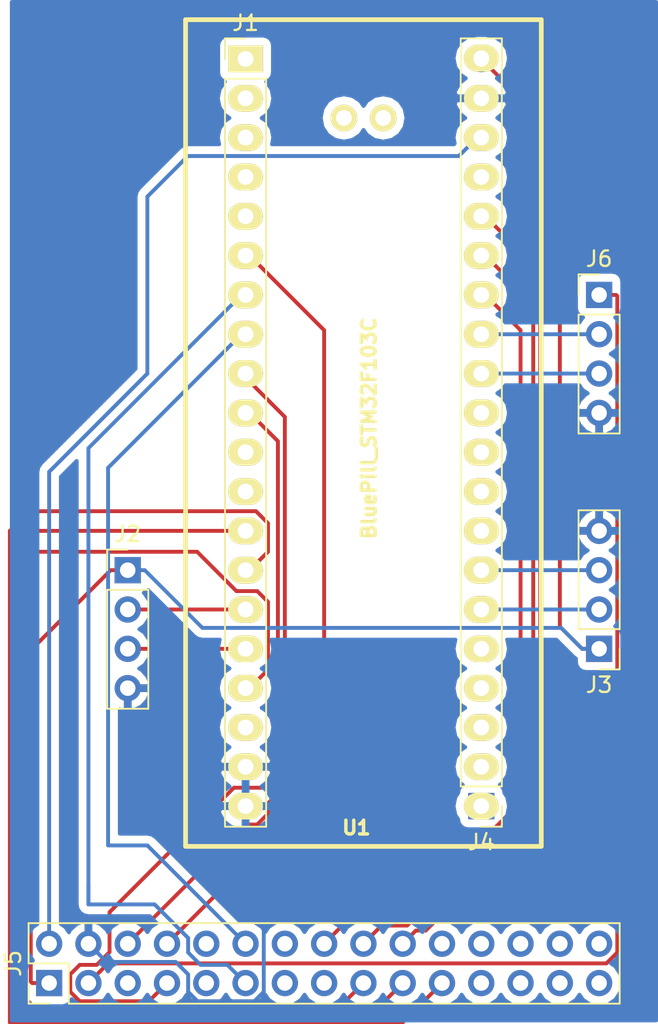
<source format=kicad_pcb>
(kicad_pcb (version 4) (host pcbnew 4.0.6)

  (general
    (links 68)
    (no_connects 1)
    (area 181.284999 100.33 229.275715 169.283809)
    (thickness 1.6)
    (drawings 0)
    (tracks 135)
    (zones 0)
    (modules 7)
    (nets 40)
  )

  (page A4)
  (layers
    (0 F.Cu signal)
    (31 B.Cu signal)
    (32 B.Adhes user)
    (33 F.Adhes user)
    (34 B.Paste user)
    (35 F.Paste user)
    (36 B.SilkS user)
    (37 F.SilkS user)
    (38 B.Mask user)
    (39 F.Mask user)
    (40 Dwgs.User user)
    (41 Cmts.User user)
    (42 Eco1.User user)
    (43 Eco2.User user)
    (44 Edge.Cuts user)
    (45 Margin user)
    (46 B.CrtYd user)
    (47 F.CrtYd user)
    (48 B.Fab user)
    (49 F.Fab user)
  )

  (setup
    (last_trace_width 0.25)
    (user_trace_width 0.2)
    (user_trace_width 0.25)
    (user_trace_width 0.5)
    (user_trace_width 1)
    (user_trace_width 1.25)
    (user_trace_width 2.5)
    (user_trace_width 5)
    (trace_clearance 0.2)
    (zone_clearance 0.508)
    (zone_45_only no)
    (trace_min 0.2)
    (segment_width 0.2)
    (edge_width 0.15)
    (via_size 0.6)
    (via_drill 0.4)
    (via_min_size 0.4)
    (via_min_drill 0.3)
    (uvia_size 0.3)
    (uvia_drill 0.1)
    (uvias_allowed no)
    (uvia_min_size 0.2)
    (uvia_min_drill 0.1)
    (pcb_text_width 0.3)
    (pcb_text_size 1.5 1.5)
    (mod_edge_width 0.15)
    (mod_text_size 1 1)
    (mod_text_width 0.15)
    (pad_size 1.524 1.524)
    (pad_drill 0.762)
    (pad_to_mask_clearance 0.2)
    (aux_axis_origin 0 0)
    (visible_elements 7FFFFFFF)
    (pcbplotparams
      (layerselection 0x00030_80000001)
      (usegerberextensions false)
      (excludeedgelayer true)
      (linewidth 0.100000)
      (plotframeref false)
      (viasonmask false)
      (mode 1)
      (useauxorigin false)
      (hpglpennumber 1)
      (hpglpenspeed 20)
      (hpglpendiameter 15)
      (hpglpenoverlay 2)
      (psnegative false)
      (psa4output false)
      (plotreference true)
      (plotvalue true)
      (plotinvisibletext false)
      (padsonsilk false)
      (subtractmaskfromsilk false)
      (outputformat 1)
      (mirror false)
      (drillshape 0)
      (scaleselection 1)
      (outputdirectory ""))
  )

  (net 0 "")
  (net 1 VBat)
  (net 2 "Net-(J1-Pad2)")
  (net 3 "Net-(J1-Pad3)")
  (net 4 "Net-(J1-Pad4)")
  (net 5 "Net-(J1-Pad5)")
  (net 6 "Net-(J1-Pad6)")
  (net 7 "Net-(J1-Pad7)")
  (net 8 "Net-(J1-Pad8)")
  (net 9 "Net-(J1-Pad9)")
  (net 10 "Net-(J1-Pad10)")
  (net 11 "Net-(J1-Pad11)")
  (net 12 "Net-(J1-Pad12)")
  (net 13 "Net-(J1-Pad13)")
  (net 14 "Net-(J1-Pad14)")
  (net 15 "Net-(J1-Pad15)")
  (net 16 "Net-(J1-Pad16)")
  (net 17 "Net-(J1-Pad17)")
  (net 18 "Net-(J1-Pad18)")
  (net 19 GND)
  (net 20 "Net-(J2-Pad1)")
  (net 21 "Net-(J3-Pad2)")
  (net 22 "Net-(J3-Pad3)")
  (net 23 "Net-(J4-Pad1)")
  (net 24 "Net-(J4-Pad2)")
  (net 25 "Net-(J4-Pad3)")
  (net 26 "Net-(J4-Pad4)")
  (net 27 "Net-(J4-Pad5)")
  (net 28 "Net-(J4-Pad8)")
  (net 29 "Net-(J4-Pad9)")
  (net 30 "Net-(J4-Pad10)")
  (net 31 "Net-(J4-Pad11)")
  (net 32 "Net-(J4-Pad12)")
  (net 33 "Net-(J4-Pad13)")
  (net 34 "Net-(J4-Pad14)")
  (net 35 "Net-(J4-Pad15)")
  (net 36 "Net-(J4-Pad16)")
  (net 37 "Net-(J4-Pad17)")
  (net 38 "Net-(J5-Pad3)")
  (net 39 "Net-(J1-Pad1)")

  (net_class Default "Dies ist die voreingestellte Netzklasse."
    (clearance 0.2)
    (trace_width 0.25)
    (via_dia 0.6)
    (via_drill 0.4)
    (uvia_dia 0.3)
    (uvia_drill 0.1)
    (add_net GND)
    (add_net "Net-(J1-Pad1)")
    (add_net "Net-(J1-Pad10)")
    (add_net "Net-(J1-Pad11)")
    (add_net "Net-(J1-Pad12)")
    (add_net "Net-(J1-Pad13)")
    (add_net "Net-(J1-Pad14)")
    (add_net "Net-(J1-Pad15)")
    (add_net "Net-(J1-Pad16)")
    (add_net "Net-(J1-Pad17)")
    (add_net "Net-(J1-Pad18)")
    (add_net "Net-(J1-Pad2)")
    (add_net "Net-(J1-Pad3)")
    (add_net "Net-(J1-Pad4)")
    (add_net "Net-(J1-Pad5)")
    (add_net "Net-(J1-Pad6)")
    (add_net "Net-(J1-Pad7)")
    (add_net "Net-(J1-Pad8)")
    (add_net "Net-(J1-Pad9)")
    (add_net "Net-(J2-Pad1)")
    (add_net "Net-(J3-Pad2)")
    (add_net "Net-(J3-Pad3)")
    (add_net "Net-(J4-Pad1)")
    (add_net "Net-(J4-Pad10)")
    (add_net "Net-(J4-Pad11)")
    (add_net "Net-(J4-Pad12)")
    (add_net "Net-(J4-Pad13)")
    (add_net "Net-(J4-Pad14)")
    (add_net "Net-(J4-Pad15)")
    (add_net "Net-(J4-Pad16)")
    (add_net "Net-(J4-Pad17)")
    (add_net "Net-(J4-Pad2)")
    (add_net "Net-(J4-Pad3)")
    (add_net "Net-(J4-Pad4)")
    (add_net "Net-(J4-Pad5)")
    (add_net "Net-(J4-Pad8)")
    (add_net "Net-(J4-Pad9)")
    (add_net "Net-(J5-Pad3)")
    (add_net VBat)
  )

  (module BluePill_breakouts:BluePill_STM32F103C (layer F.Cu) (tedit 59B4EF3F) (tstamp 5AF5C766)
    (at 201.93 104.1908)
    (descr "STM32F103C8 BluePill board")
    (path /5AE72B07)
    (fp_text reference U1 (at 7.1628 49.6062 180) (layer F.SilkS)
      (effects (font (size 0.889 0.889) (thickness 0.3048)))
    )
    (fp_text value BluePill_STM32F103C (at 7.9756 23.7998 90) (layer F.SilkS)
      (effects (font (size 0.889 0.889) (thickness 0.22225)))
    )
    (fp_line (start 19.12 -2.59) (end 19.12 50.81) (layer F.SilkS) (width 0.3048))
    (fp_line (start 19.12 50.81) (end -3.88 50.81) (layer F.SilkS) (width 0.3048))
    (fp_line (start -3.88 50.81) (end -3.88 -2.59) (layer F.SilkS) (width 0.3048))
    (fp_line (start -3.88 -2.59) (end 19.12 -2.59) (layer F.SilkS) (width 0.3048))
    (pad 1 thru_hole rect (at 0 -0.0508 270) (size 1.7272 2.25) (drill 1.016) (layers *.Cu *.Mask F.SilkS)
      (net 39 "Net-(J1-Pad1)"))
    (pad 2 thru_hole oval (at 0 2.4892 270) (size 1.7272 2.25) (drill 1.016) (layers *.Cu *.Mask F.SilkS)
      (net 2 "Net-(J1-Pad2)"))
    (pad 3 thru_hole oval (at 0 5.0292 270) (size 1.7272 2.25) (drill 1.016) (layers *.Cu *.Mask F.SilkS)
      (net 3 "Net-(J1-Pad3)"))
    (pad 4 thru_hole oval (at 0 7.5692 270) (size 1.7272 2.25) (drill 1.016) (layers *.Cu *.Mask F.SilkS)
      (net 4 "Net-(J1-Pad4)"))
    (pad 5 thru_hole oval (at 0 10.1092 270) (size 1.7272 2.25) (drill 1.016) (layers *.Cu *.Mask F.SilkS)
      (net 5 "Net-(J1-Pad5)"))
    (pad 6 thru_hole oval (at 0 12.6492 270) (size 1.7272 2.25) (drill 1.016) (layers *.Cu *.Mask F.SilkS)
      (net 6 "Net-(J1-Pad6)"))
    (pad 7 thru_hole oval (at 0 15.1892 270) (size 1.7272 2.25) (drill 1.016) (layers *.Cu *.Mask F.SilkS)
      (net 7 "Net-(J1-Pad7)"))
    (pad 8 thru_hole oval (at 0 17.7292 270) (size 1.7272 2.25) (drill 1.016) (layers *.Cu *.Mask F.SilkS)
      (net 8 "Net-(J1-Pad8)"))
    (pad 9 thru_hole oval (at 0 20.2692 270) (size 1.7272 2.25) (drill 1.016) (layers *.Cu *.Mask F.SilkS)
      (net 9 "Net-(J1-Pad9)"))
    (pad 10 thru_hole oval (at 0 22.8092 270) (size 1.7272 2.25) (drill 1.016) (layers *.Cu *.Mask F.SilkS)
      (net 10 "Net-(J1-Pad10)"))
    (pad 11 thru_hole oval (at 0 25.3492 270) (size 1.7272 2.25) (drill 1.016) (layers *.Cu *.Mask F.SilkS)
      (net 11 "Net-(J1-Pad11)"))
    (pad 12 thru_hole oval (at 0 27.8892 270) (size 1.7272 2.25) (drill 1.016) (layers *.Cu *.Mask F.SilkS)
      (net 12 "Net-(J1-Pad12)"))
    (pad 13 thru_hole oval (at 0 30.4292 270) (size 1.7272 2.25) (drill 1.016) (layers *.Cu *.Mask F.SilkS)
      (net 13 "Net-(J1-Pad13)"))
    (pad 14 thru_hole oval (at 0 32.9692 270) (size 1.7272 2.25) (drill 1.016) (layers *.Cu *.Mask F.SilkS)
      (net 14 "Net-(J1-Pad14)"))
    (pad 15 thru_hole oval (at 0 35.5092 270) (size 1.7272 2.25) (drill 1.016) (layers *.Cu *.Mask F.SilkS)
      (net 15 "Net-(J1-Pad15)"))
    (pad 16 thru_hole oval (at 0 38.0492 270) (size 1.7272 2.25) (drill 1.016) (layers *.Cu *.Mask F.SilkS)
      (net 16 "Net-(J1-Pad16)"))
    (pad 17 thru_hole oval (at 0 40.5892 270) (size 1.7272 2.25) (drill 1.016) (layers *.Cu *.Mask F.SilkS)
      (net 17 "Net-(J1-Pad17)"))
    (pad 18 thru_hole oval (at 0 43.1292 270) (size 1.7272 2.25) (drill 1.016) (layers *.Cu *.Mask F.SilkS)
      (net 18 "Net-(J1-Pad18)"))
    (pad 19 thru_hole oval (at 0 45.6692 270) (size 1.7272 2.25) (drill 1.016) (layers *.Cu *.Mask F.SilkS)
      (net 19 GND))
    (pad 20 thru_hole oval (at 0 48.2092 270) (size 1.7272 2.25) (drill 1.016) (layers *.Cu *.Mask F.SilkS)
      (net 19 GND))
    (pad 21 thru_hole oval (at 15.24 48.2092 90) (size 1.7272 2.25) (drill 1.016) (layers *.Cu *.Mask F.SilkS)
      (net 23 "Net-(J4-Pad1)"))
    (pad 22 thru_hole oval (at 15.24 45.6692 90) (size 1.7272 2.25) (drill 1.016) (layers *.Cu *.Mask F.SilkS)
      (net 24 "Net-(J4-Pad2)"))
    (pad 23 thru_hole oval (at 15.24 43.1292 90) (size 1.7272 2.25) (drill 1.016) (layers *.Cu *.Mask F.SilkS)
      (net 25 "Net-(J4-Pad3)"))
    (pad 24 thru_hole oval (at 15.24 40.5892 90) (size 1.7272 2.25) (drill 1.016) (layers *.Cu *.Mask F.SilkS)
      (net 26 "Net-(J4-Pad4)"))
    (pad 25 thru_hole oval (at 15.24 38.0492 90) (size 1.7272 2.25) (drill 1.016) (layers *.Cu *.Mask F.SilkS)
      (net 27 "Net-(J4-Pad5)"))
    (pad 26 thru_hole oval (at 15.24 35.5092 90) (size 1.7272 2.25) (drill 1.016) (layers *.Cu *.Mask F.SilkS)
      (net 21 "Net-(J3-Pad2)"))
    (pad 27 thru_hole oval (at 15.24 32.9692 90) (size 1.7272 2.25) (drill 1.016) (layers *.Cu *.Mask F.SilkS)
      (net 22 "Net-(J3-Pad3)"))
    (pad 28 thru_hole oval (at 15.24 30.4292 90) (size 1.7272 2.25) (drill 1.016) (layers *.Cu *.Mask F.SilkS)
      (net 28 "Net-(J4-Pad8)"))
    (pad 29 thru_hole oval (at 15.24 27.8892 90) (size 1.7272 2.25) (drill 1.016) (layers *.Cu *.Mask F.SilkS)
      (net 29 "Net-(J4-Pad9)"))
    (pad 30 thru_hole oval (at 15.24 25.3492 90) (size 1.7272 2.25) (drill 1.016) (layers *.Cu *.Mask F.SilkS)
      (net 30 "Net-(J4-Pad10)"))
    (pad 31 thru_hole oval (at 15.24 22.8092 90) (size 1.7272 2.25) (drill 1.016) (layers *.Cu *.Mask F.SilkS)
      (net 31 "Net-(J4-Pad11)"))
    (pad 32 thru_hole oval (at 15.24 20.2692 90) (size 1.7272 2.25) (drill 1.016) (layers *.Cu *.Mask F.SilkS)
      (net 32 "Net-(J4-Pad12)"))
    (pad 33 thru_hole oval (at 15.24 17.7292 90) (size 1.7272 2.25) (drill 1.016) (layers *.Cu *.Mask F.SilkS)
      (net 33 "Net-(J4-Pad13)"))
    (pad 34 thru_hole oval (at 15.24 15.1892 90) (size 1.7272 2.25) (drill 1.016) (layers *.Cu *.Mask F.SilkS)
      (net 34 "Net-(J4-Pad14)"))
    (pad 35 thru_hole oval (at 15.24 12.6492 90) (size 1.7272 2.25) (drill 1.016) (layers *.Cu *.Mask F.SilkS)
      (net 35 "Net-(J4-Pad15)"))
    (pad 36 thru_hole oval (at 15.24 10.1092 90) (size 1.7272 2.25) (drill 1.016) (layers *.Cu *.Mask F.SilkS)
      (net 36 "Net-(J4-Pad16)"))
    (pad 37 thru_hole oval (at 15.24 7.5692 90) (size 1.7272 2.25) (drill 1.016) (layers *.Cu *.Mask F.SilkS)
      (net 37 "Net-(J4-Pad17)"))
    (pad 38 thru_hole oval (at 15.24 5.0292 90) (size 1.7272 2.25) (drill 1.016) (layers *.Cu *.Mask F.SilkS)
      (net 1 VBat))
    (pad 39 thru_hole oval (at 15.24 2.4892 90) (size 1.7272 2.25) (drill 1.016) (layers *.Cu *.Mask F.SilkS)
      (net 19 GND))
    (pad 40 thru_hole oval (at 15.24 -0.1016 90) (size 1.7272 2.25) (drill 1.016) (layers *.Cu *.Mask F.SilkS)
      (net 20 "Net-(J2-Pad1)"))
    (pad 41 thru_hole oval (at 8.9 3.7592 90) (size 1.7272 1.7272) (drill 1.016) (layers *.Cu *.Mask F.SilkS))
    (pad 42 thru_hole oval (at 6.36 3.7592 90) (size 1.7272 1.7272) (drill 1.016) (layers *.Cu *.Mask F.SilkS))
  )

  (module Pin_Headers:Pin_Header_Straight_1x20_Pitch2.54mm (layer F.Cu) (tedit 59650532) (tstamp 5AF5C6E2)
    (at 201.93 104.14)
    (descr "Through hole straight pin header, 1x20, 2.54mm pitch, single row")
    (tags "Through hole pin header THT 1x20 2.54mm single row")
    (path /5AE74A9A)
    (fp_text reference J1 (at 0 -2.33) (layer F.SilkS)
      (effects (font (size 1 1) (thickness 0.15)))
    )
    (fp_text value CONN_01X20 (at 0 50.59) (layer F.Fab)
      (effects (font (size 1 1) (thickness 0.15)))
    )
    (fp_line (start -0.635 -1.27) (end 1.27 -1.27) (layer F.Fab) (width 0.1))
    (fp_line (start 1.27 -1.27) (end 1.27 49.53) (layer F.Fab) (width 0.1))
    (fp_line (start 1.27 49.53) (end -1.27 49.53) (layer F.Fab) (width 0.1))
    (fp_line (start -1.27 49.53) (end -1.27 -0.635) (layer F.Fab) (width 0.1))
    (fp_line (start -1.27 -0.635) (end -0.635 -1.27) (layer F.Fab) (width 0.1))
    (fp_line (start -1.33 49.59) (end 1.33 49.59) (layer F.SilkS) (width 0.12))
    (fp_line (start -1.33 1.27) (end -1.33 49.59) (layer F.SilkS) (width 0.12))
    (fp_line (start 1.33 1.27) (end 1.33 49.59) (layer F.SilkS) (width 0.12))
    (fp_line (start -1.33 1.27) (end 1.33 1.27) (layer F.SilkS) (width 0.12))
    (fp_line (start -1.33 0) (end -1.33 -1.33) (layer F.SilkS) (width 0.12))
    (fp_line (start -1.33 -1.33) (end 0 -1.33) (layer F.SilkS) (width 0.12))
    (fp_line (start -1.8 -1.8) (end -1.8 50.05) (layer F.CrtYd) (width 0.05))
    (fp_line (start -1.8 50.05) (end 1.8 50.05) (layer F.CrtYd) (width 0.05))
    (fp_line (start 1.8 50.05) (end 1.8 -1.8) (layer F.CrtYd) (width 0.05))
    (fp_line (start 1.8 -1.8) (end -1.8 -1.8) (layer F.CrtYd) (width 0.05))
    (fp_text user %R (at 0 24.13 90) (layer F.Fab)
      (effects (font (size 1 1) (thickness 0.15)))
    )
    (pad 1 thru_hole rect (at 0 0) (size 1.7 1.7) (drill 1) (layers *.Cu *.Mask)
      (net 39 "Net-(J1-Pad1)"))
    (pad 2 thru_hole oval (at 0 2.54) (size 1.7 1.7) (drill 1) (layers *.Cu *.Mask)
      (net 2 "Net-(J1-Pad2)"))
    (pad 3 thru_hole oval (at 0 5.08) (size 1.7 1.7) (drill 1) (layers *.Cu *.Mask)
      (net 3 "Net-(J1-Pad3)"))
    (pad 4 thru_hole oval (at 0 7.62) (size 1.7 1.7) (drill 1) (layers *.Cu *.Mask)
      (net 4 "Net-(J1-Pad4)"))
    (pad 5 thru_hole oval (at 0 10.16) (size 1.7 1.7) (drill 1) (layers *.Cu *.Mask)
      (net 5 "Net-(J1-Pad5)"))
    (pad 6 thru_hole oval (at 0 12.7) (size 1.7 1.7) (drill 1) (layers *.Cu *.Mask)
      (net 6 "Net-(J1-Pad6)"))
    (pad 7 thru_hole oval (at 0 15.24) (size 1.7 1.7) (drill 1) (layers *.Cu *.Mask)
      (net 7 "Net-(J1-Pad7)"))
    (pad 8 thru_hole oval (at 0 17.78) (size 1.7 1.7) (drill 1) (layers *.Cu *.Mask)
      (net 8 "Net-(J1-Pad8)"))
    (pad 9 thru_hole oval (at 0 20.32) (size 1.7 1.7) (drill 1) (layers *.Cu *.Mask)
      (net 9 "Net-(J1-Pad9)"))
    (pad 10 thru_hole oval (at 0 22.86) (size 1.7 1.7) (drill 1) (layers *.Cu *.Mask)
      (net 10 "Net-(J1-Pad10)"))
    (pad 11 thru_hole oval (at 0 25.4) (size 1.7 1.7) (drill 1) (layers *.Cu *.Mask)
      (net 11 "Net-(J1-Pad11)"))
    (pad 12 thru_hole oval (at 0 27.94) (size 1.7 1.7) (drill 1) (layers *.Cu *.Mask)
      (net 12 "Net-(J1-Pad12)"))
    (pad 13 thru_hole oval (at 0 30.48) (size 1.7 1.7) (drill 1) (layers *.Cu *.Mask)
      (net 13 "Net-(J1-Pad13)"))
    (pad 14 thru_hole oval (at 0 33.02) (size 1.7 1.7) (drill 1) (layers *.Cu *.Mask)
      (net 14 "Net-(J1-Pad14)"))
    (pad 15 thru_hole oval (at 0 35.56) (size 1.7 1.7) (drill 1) (layers *.Cu *.Mask)
      (net 15 "Net-(J1-Pad15)"))
    (pad 16 thru_hole oval (at 0 38.1) (size 1.7 1.7) (drill 1) (layers *.Cu *.Mask)
      (net 16 "Net-(J1-Pad16)"))
    (pad 17 thru_hole oval (at 0 40.64) (size 1.7 1.7) (drill 1) (layers *.Cu *.Mask)
      (net 17 "Net-(J1-Pad17)"))
    (pad 18 thru_hole oval (at 0 43.18) (size 1.7 1.7) (drill 1) (layers *.Cu *.Mask)
      (net 18 "Net-(J1-Pad18)"))
    (pad 19 thru_hole oval (at 0 45.72) (size 1.7 1.7) (drill 1) (layers *.Cu *.Mask)
      (net 19 GND))
    (pad 20 thru_hole oval (at 0 48.26) (size 1.7 1.7) (drill 1) (layers *.Cu *.Mask)
      (net 19 GND))
    (model ${KISYS3DMOD}/Pin_Headers.3dshapes/Pin_Header_Straight_1x20_Pitch2.54mm.wrl
      (at (xyz 0 0 0))
      (scale (xyz 1 1 1))
      (rotate (xyz 0 0 0))
    )
  )

  (module Pin_Headers:Pin_Header_Straight_1x04_Pitch2.54mm (layer F.Cu) (tedit 59650532) (tstamp 5AF5C6EA)
    (at 194.31 137.16)
    (descr "Through hole straight pin header, 1x04, 2.54mm pitch, single row")
    (tags "Through hole pin header THT 1x04 2.54mm single row")
    (path /5AF4B92C)
    (fp_text reference J2 (at 0 -2.33) (layer F.SilkS)
      (effects (font (size 1 1) (thickness 0.15)))
    )
    (fp_text value StepDir (at -3.81 3.81 270) (layer F.Fab)
      (effects (font (size 1 1) (thickness 0.15)))
    )
    (fp_line (start -0.635 -1.27) (end 1.27 -1.27) (layer F.Fab) (width 0.1))
    (fp_line (start 1.27 -1.27) (end 1.27 8.89) (layer F.Fab) (width 0.1))
    (fp_line (start 1.27 8.89) (end -1.27 8.89) (layer F.Fab) (width 0.1))
    (fp_line (start -1.27 8.89) (end -1.27 -0.635) (layer F.Fab) (width 0.1))
    (fp_line (start -1.27 -0.635) (end -0.635 -1.27) (layer F.Fab) (width 0.1))
    (fp_line (start -1.33 8.95) (end 1.33 8.95) (layer F.SilkS) (width 0.12))
    (fp_line (start -1.33 1.27) (end -1.33 8.95) (layer F.SilkS) (width 0.12))
    (fp_line (start 1.33 1.27) (end 1.33 8.95) (layer F.SilkS) (width 0.12))
    (fp_line (start -1.33 1.27) (end 1.33 1.27) (layer F.SilkS) (width 0.12))
    (fp_line (start -1.33 0) (end -1.33 -1.33) (layer F.SilkS) (width 0.12))
    (fp_line (start -1.33 -1.33) (end 0 -1.33) (layer F.SilkS) (width 0.12))
    (fp_line (start -1.8 -1.8) (end -1.8 9.4) (layer F.CrtYd) (width 0.05))
    (fp_line (start -1.8 9.4) (end 1.8 9.4) (layer F.CrtYd) (width 0.05))
    (fp_line (start 1.8 9.4) (end 1.8 -1.8) (layer F.CrtYd) (width 0.05))
    (fp_line (start 1.8 -1.8) (end -1.8 -1.8) (layer F.CrtYd) (width 0.05))
    (fp_text user %R (at 0 3.81 90) (layer F.Fab)
      (effects (font (size 1 1) (thickness 0.15)))
    )
    (pad 1 thru_hole rect (at 0 0) (size 1.7 1.7) (drill 1) (layers *.Cu *.Mask)
      (net 20 "Net-(J2-Pad1)"))
    (pad 2 thru_hole oval (at 0 2.54) (size 1.7 1.7) (drill 1) (layers *.Cu *.Mask)
      (net 15 "Net-(J1-Pad15)"))
    (pad 3 thru_hole oval (at 0 5.08) (size 1.7 1.7) (drill 1) (layers *.Cu *.Mask)
      (net 16 "Net-(J1-Pad16)"))
    (pad 4 thru_hole oval (at 0 7.62) (size 1.7 1.7) (drill 1) (layers *.Cu *.Mask)
      (net 19 GND))
    (model ${KISYS3DMOD}/Pin_Headers.3dshapes/Pin_Header_Straight_1x04_Pitch2.54mm.wrl
      (at (xyz 0 0 0))
      (scale (xyz 1 1 1))
      (rotate (xyz 0 0 0))
    )
  )

  (module Pin_Headers:Pin_Header_Straight_1x04_Pitch2.54mm (layer F.Cu) (tedit 59650532) (tstamp 5AF5C6F2)
    (at 224.79 142.24 180)
    (descr "Through hole straight pin header, 1x04, 2.54mm pitch, single row")
    (tags "Through hole pin header THT 1x04 2.54mm single row")
    (path /5AF4B4EF)
    (fp_text reference J3 (at 0 -2.33 180) (layer F.SilkS)
      (effects (font (size 1 1) (thickness 0.15)))
    )
    (fp_text value UART_CONN (at 2.54 3.81 270) (layer F.Fab)
      (effects (font (size 1 1) (thickness 0.15)))
    )
    (fp_line (start -0.635 -1.27) (end 1.27 -1.27) (layer F.Fab) (width 0.1))
    (fp_line (start 1.27 -1.27) (end 1.27 8.89) (layer F.Fab) (width 0.1))
    (fp_line (start 1.27 8.89) (end -1.27 8.89) (layer F.Fab) (width 0.1))
    (fp_line (start -1.27 8.89) (end -1.27 -0.635) (layer F.Fab) (width 0.1))
    (fp_line (start -1.27 -0.635) (end -0.635 -1.27) (layer F.Fab) (width 0.1))
    (fp_line (start -1.33 8.95) (end 1.33 8.95) (layer F.SilkS) (width 0.12))
    (fp_line (start -1.33 1.27) (end -1.33 8.95) (layer F.SilkS) (width 0.12))
    (fp_line (start 1.33 1.27) (end 1.33 8.95) (layer F.SilkS) (width 0.12))
    (fp_line (start -1.33 1.27) (end 1.33 1.27) (layer F.SilkS) (width 0.12))
    (fp_line (start -1.33 0) (end -1.33 -1.33) (layer F.SilkS) (width 0.12))
    (fp_line (start -1.33 -1.33) (end 0 -1.33) (layer F.SilkS) (width 0.12))
    (fp_line (start -1.8 -1.8) (end -1.8 9.4) (layer F.CrtYd) (width 0.05))
    (fp_line (start -1.8 9.4) (end 1.8 9.4) (layer F.CrtYd) (width 0.05))
    (fp_line (start 1.8 9.4) (end 1.8 -1.8) (layer F.CrtYd) (width 0.05))
    (fp_line (start 1.8 -1.8) (end -1.8 -1.8) (layer F.CrtYd) (width 0.05))
    (fp_text user %R (at 0 3.81 270) (layer F.Fab)
      (effects (font (size 1 1) (thickness 0.15)))
    )
    (pad 1 thru_hole rect (at 0 0 180) (size 1.7 1.7) (drill 1) (layers *.Cu *.Mask)
      (net 20 "Net-(J2-Pad1)"))
    (pad 2 thru_hole oval (at 0 2.54 180) (size 1.7 1.7) (drill 1) (layers *.Cu *.Mask)
      (net 21 "Net-(J3-Pad2)"))
    (pad 3 thru_hole oval (at 0 5.08 180) (size 1.7 1.7) (drill 1) (layers *.Cu *.Mask)
      (net 22 "Net-(J3-Pad3)"))
    (pad 4 thru_hole oval (at 0 7.62 180) (size 1.7 1.7) (drill 1) (layers *.Cu *.Mask)
      (net 19 GND))
    (model ${KISYS3DMOD}/Pin_Headers.3dshapes/Pin_Header_Straight_1x04_Pitch2.54mm.wrl
      (at (xyz 0 0 0))
      (scale (xyz 1 1 1))
      (rotate (xyz 0 0 0))
    )
  )

  (module Pin_Headers:Pin_Header_Straight_1x20_Pitch2.54mm (layer F.Cu) (tedit 59650532) (tstamp 5AF5C70A)
    (at 217.17 152.4 180)
    (descr "Through hole straight pin header, 1x20, 2.54mm pitch, single row")
    (tags "Through hole pin header THT 1x20 2.54mm single row")
    (path /5AE74A04)
    (fp_text reference J4 (at 0 -2.33 180) (layer F.SilkS)
      (effects (font (size 1 1) (thickness 0.15)))
    )
    (fp_text value CONN_01X20 (at 0 50.59 180) (layer F.Fab)
      (effects (font (size 1 1) (thickness 0.15)))
    )
    (fp_line (start -0.635 -1.27) (end 1.27 -1.27) (layer F.Fab) (width 0.1))
    (fp_line (start 1.27 -1.27) (end 1.27 49.53) (layer F.Fab) (width 0.1))
    (fp_line (start 1.27 49.53) (end -1.27 49.53) (layer F.Fab) (width 0.1))
    (fp_line (start -1.27 49.53) (end -1.27 -0.635) (layer F.Fab) (width 0.1))
    (fp_line (start -1.27 -0.635) (end -0.635 -1.27) (layer F.Fab) (width 0.1))
    (fp_line (start -1.33 49.59) (end 1.33 49.59) (layer F.SilkS) (width 0.12))
    (fp_line (start -1.33 1.27) (end -1.33 49.59) (layer F.SilkS) (width 0.12))
    (fp_line (start 1.33 1.27) (end 1.33 49.59) (layer F.SilkS) (width 0.12))
    (fp_line (start -1.33 1.27) (end 1.33 1.27) (layer F.SilkS) (width 0.12))
    (fp_line (start -1.33 0) (end -1.33 -1.33) (layer F.SilkS) (width 0.12))
    (fp_line (start -1.33 -1.33) (end 0 -1.33) (layer F.SilkS) (width 0.12))
    (fp_line (start -1.8 -1.8) (end -1.8 50.05) (layer F.CrtYd) (width 0.05))
    (fp_line (start -1.8 50.05) (end 1.8 50.05) (layer F.CrtYd) (width 0.05))
    (fp_line (start 1.8 50.05) (end 1.8 -1.8) (layer F.CrtYd) (width 0.05))
    (fp_line (start 1.8 -1.8) (end -1.8 -1.8) (layer F.CrtYd) (width 0.05))
    (fp_text user %R (at 0 24.13 270) (layer F.Fab)
      (effects (font (size 1 1) (thickness 0.15)))
    )
    (pad 1 thru_hole rect (at 0 0 180) (size 1.7 1.7) (drill 1) (layers *.Cu *.Mask)
      (net 23 "Net-(J4-Pad1)"))
    (pad 2 thru_hole oval (at 0 2.54 180) (size 1.7 1.7) (drill 1) (layers *.Cu *.Mask)
      (net 24 "Net-(J4-Pad2)"))
    (pad 3 thru_hole oval (at 0 5.08 180) (size 1.7 1.7) (drill 1) (layers *.Cu *.Mask)
      (net 25 "Net-(J4-Pad3)"))
    (pad 4 thru_hole oval (at 0 7.62 180) (size 1.7 1.7) (drill 1) (layers *.Cu *.Mask)
      (net 26 "Net-(J4-Pad4)"))
    (pad 5 thru_hole oval (at 0 10.16 180) (size 1.7 1.7) (drill 1) (layers *.Cu *.Mask)
      (net 27 "Net-(J4-Pad5)"))
    (pad 6 thru_hole oval (at 0 12.7 180) (size 1.7 1.7) (drill 1) (layers *.Cu *.Mask)
      (net 21 "Net-(J3-Pad2)"))
    (pad 7 thru_hole oval (at 0 15.24 180) (size 1.7 1.7) (drill 1) (layers *.Cu *.Mask)
      (net 22 "Net-(J3-Pad3)"))
    (pad 8 thru_hole oval (at 0 17.78 180) (size 1.7 1.7) (drill 1) (layers *.Cu *.Mask)
      (net 28 "Net-(J4-Pad8)"))
    (pad 9 thru_hole oval (at 0 20.32 180) (size 1.7 1.7) (drill 1) (layers *.Cu *.Mask)
      (net 29 "Net-(J4-Pad9)"))
    (pad 10 thru_hole oval (at 0 22.86 180) (size 1.7 1.7) (drill 1) (layers *.Cu *.Mask)
      (net 30 "Net-(J4-Pad10)"))
    (pad 11 thru_hole oval (at 0 25.4 180) (size 1.7 1.7) (drill 1) (layers *.Cu *.Mask)
      (net 31 "Net-(J4-Pad11)"))
    (pad 12 thru_hole oval (at 0 27.94 180) (size 1.7 1.7) (drill 1) (layers *.Cu *.Mask)
      (net 32 "Net-(J4-Pad12)"))
    (pad 13 thru_hole oval (at 0 30.48 180) (size 1.7 1.7) (drill 1) (layers *.Cu *.Mask)
      (net 33 "Net-(J4-Pad13)"))
    (pad 14 thru_hole oval (at 0 33.02 180) (size 1.7 1.7) (drill 1) (layers *.Cu *.Mask)
      (net 34 "Net-(J4-Pad14)"))
    (pad 15 thru_hole oval (at 0 35.56 180) (size 1.7 1.7) (drill 1) (layers *.Cu *.Mask)
      (net 35 "Net-(J4-Pad15)"))
    (pad 16 thru_hole oval (at 0 38.1 180) (size 1.7 1.7) (drill 1) (layers *.Cu *.Mask)
      (net 36 "Net-(J4-Pad16)"))
    (pad 17 thru_hole oval (at 0 40.64 180) (size 1.7 1.7) (drill 1) (layers *.Cu *.Mask)
      (net 37 "Net-(J4-Pad17)"))
    (pad 18 thru_hole oval (at 0 43.18 180) (size 1.7 1.7) (drill 1) (layers *.Cu *.Mask)
      (net 1 VBat))
    (pad 19 thru_hole oval (at 0 45.72 180) (size 1.7 1.7) (drill 1) (layers *.Cu *.Mask)
      (net 19 GND))
    (pad 20 thru_hole oval (at 0 48.26 180) (size 1.7 1.7) (drill 1) (layers *.Cu *.Mask)
      (net 20 "Net-(J2-Pad1)"))
    (model ${KISYS3DMOD}/Pin_Headers.3dshapes/Pin_Header_Straight_1x20_Pitch2.54mm.wrl
      (at (xyz 0 0 0))
      (scale (xyz 1 1 1))
      (rotate (xyz 0 0 0))
    )
  )

  (module Pin_Headers:Pin_Header_Straight_2x15_Pitch2.54mm (layer F.Cu) (tedit 59650533) (tstamp 5AF5C72C)
    (at 189.23 163.83 90)
    (descr "Through hole straight pin header, 2x15, 2.54mm pitch, double rows")
    (tags "Through hole pin header THT 2x15 2.54mm double row")
    (path /5AF4B274)
    (fp_text reference J5 (at 1.27 -2.33 90) (layer F.SilkS)
      (effects (font (size 1 1) (thickness 0.15)))
    )
    (fp_text value PREDRIVER_CONN (at 5.08 30.48 180) (layer F.Fab)
      (effects (font (size 1 1) (thickness 0.15)))
    )
    (fp_line (start 0 -1.27) (end 3.81 -1.27) (layer F.Fab) (width 0.1))
    (fp_line (start 3.81 -1.27) (end 3.81 36.83) (layer F.Fab) (width 0.1))
    (fp_line (start 3.81 36.83) (end -1.27 36.83) (layer F.Fab) (width 0.1))
    (fp_line (start -1.27 36.83) (end -1.27 0) (layer F.Fab) (width 0.1))
    (fp_line (start -1.27 0) (end 0 -1.27) (layer F.Fab) (width 0.1))
    (fp_line (start -1.33 36.89) (end 3.87 36.89) (layer F.SilkS) (width 0.12))
    (fp_line (start -1.33 1.27) (end -1.33 36.89) (layer F.SilkS) (width 0.12))
    (fp_line (start 3.87 -1.33) (end 3.87 36.89) (layer F.SilkS) (width 0.12))
    (fp_line (start -1.33 1.27) (end 1.27 1.27) (layer F.SilkS) (width 0.12))
    (fp_line (start 1.27 1.27) (end 1.27 -1.33) (layer F.SilkS) (width 0.12))
    (fp_line (start 1.27 -1.33) (end 3.87 -1.33) (layer F.SilkS) (width 0.12))
    (fp_line (start -1.33 0) (end -1.33 -1.33) (layer F.SilkS) (width 0.12))
    (fp_line (start -1.33 -1.33) (end 0 -1.33) (layer F.SilkS) (width 0.12))
    (fp_line (start -1.8 -1.8) (end -1.8 37.35) (layer F.CrtYd) (width 0.05))
    (fp_line (start -1.8 37.35) (end 4.35 37.35) (layer F.CrtYd) (width 0.05))
    (fp_line (start 4.35 37.35) (end 4.35 -1.8) (layer F.CrtYd) (width 0.05))
    (fp_line (start 4.35 -1.8) (end -1.8 -1.8) (layer F.CrtYd) (width 0.05))
    (fp_text user %R (at 1.27 17.78 180) (layer F.Fab)
      (effects (font (size 1 1) (thickness 0.15)))
    )
    (pad 1 thru_hole rect (at 0 0 90) (size 1.7 1.7) (drill 1) (layers *.Cu *.Mask)
      (net 20 "Net-(J2-Pad1)"))
    (pad 2 thru_hole oval (at 2.54 0 90) (size 1.7 1.7) (drill 1) (layers *.Cu *.Mask)
      (net 1 VBat))
    (pad 3 thru_hole oval (at 0 2.54 90) (size 1.7 1.7) (drill 1) (layers *.Cu *.Mask)
      (net 38 "Net-(J5-Pad3)"))
    (pad 4 thru_hole oval (at 2.54 2.54 90) (size 1.7 1.7) (drill 1) (layers *.Cu *.Mask)
      (net 19 GND))
    (pad 5 thru_hole oval (at 0 5.08 90) (size 1.7 1.7) (drill 1) (layers *.Cu *.Mask))
    (pad 6 thru_hole oval (at 2.54 5.08 90) (size 1.7 1.7) (drill 1) (layers *.Cu *.Mask)
      (net 9 "Net-(J1-Pad9)"))
    (pad 7 thru_hole oval (at 0 7.62 90) (size 1.7 1.7) (drill 1) (layers *.Cu *.Mask)
      (net 10 "Net-(J1-Pad10)"))
    (pad 8 thru_hole oval (at 2.54 7.62 90) (size 1.7 1.7) (drill 1) (layers *.Cu *.Mask)
      (net 6 "Net-(J1-Pad6)"))
    (pad 9 thru_hole oval (at 0 10.16 90) (size 1.7 1.7) (drill 1) (layers *.Cu *.Mask))
    (pad 10 thru_hole oval (at 2.54 10.16 90) (size 1.7 1.7) (drill 1) (layers *.Cu *.Mask))
    (pad 11 thru_hole oval (at 0 12.7 90) (size 1.7 1.7) (drill 1) (layers *.Cu *.Mask)
      (net 7 "Net-(J1-Pad7)"))
    (pad 12 thru_hole oval (at 2.54 12.7 90) (size 1.7 1.7) (drill 1) (layers *.Cu *.Mask)
      (net 8 "Net-(J1-Pad8)"))
    (pad 13 thru_hole oval (at 0 15.24 90) (size 1.7 1.7) (drill 1) (layers *.Cu *.Mask))
    (pad 14 thru_hole oval (at 2.54 15.24 90) (size 1.7 1.7) (drill 1) (layers *.Cu *.Mask))
    (pad 15 thru_hole oval (at 0 17.78 90) (size 1.7 1.7) (drill 1) (layers *.Cu *.Mask))
    (pad 16 thru_hole oval (at 2.54 17.78 90) (size 1.7 1.7) (drill 1) (layers *.Cu *.Mask)
      (net 34 "Net-(J4-Pad14)"))
    (pad 17 thru_hole oval (at 0 20.32 90) (size 1.7 1.7) (drill 1) (layers *.Cu *.Mask)
      (net 17 "Net-(J1-Pad17)"))
    (pad 18 thru_hole oval (at 2.54 20.32 90) (size 1.7 1.7) (drill 1) (layers *.Cu *.Mask)
      (net 35 "Net-(J4-Pad15)"))
    (pad 19 thru_hole oval (at 0 22.86 90) (size 1.7 1.7) (drill 1) (layers *.Cu *.Mask)
      (net 13 "Net-(J1-Pad13)"))
    (pad 20 thru_hole oval (at 2.54 22.86 90) (size 1.7 1.7) (drill 1) (layers *.Cu *.Mask)
      (net 36 "Net-(J4-Pad16)"))
    (pad 21 thru_hole oval (at 0 25.4 90) (size 1.7 1.7) (drill 1) (layers *.Cu *.Mask)
      (net 14 "Net-(J1-Pad14)"))
    (pad 22 thru_hole oval (at 2.54 25.4 90) (size 1.7 1.7) (drill 1) (layers *.Cu *.Mask))
    (pad 23 thru_hole oval (at 0 27.94 90) (size 1.7 1.7) (drill 1) (layers *.Cu *.Mask))
    (pad 24 thru_hole oval (at 2.54 27.94 90) (size 1.7 1.7) (drill 1) (layers *.Cu *.Mask))
    (pad 25 thru_hole oval (at 0 30.48 90) (size 1.7 1.7) (drill 1) (layers *.Cu *.Mask))
    (pad 26 thru_hole oval (at 2.54 30.48 90) (size 1.7 1.7) (drill 1) (layers *.Cu *.Mask))
    (pad 27 thru_hole oval (at 0 33.02 90) (size 1.7 1.7) (drill 1) (layers *.Cu *.Mask))
    (pad 28 thru_hole oval (at 2.54 33.02 90) (size 1.7 1.7) (drill 1) (layers *.Cu *.Mask))
    (pad 29 thru_hole oval (at 0 35.56 90) (size 1.7 1.7) (drill 1) (layers *.Cu *.Mask))
    (pad 30 thru_hole oval (at 2.54 35.56 90) (size 1.7 1.7) (drill 1) (layers *.Cu *.Mask))
    (model ${KISYS3DMOD}/Pin_Headers.3dshapes/Pin_Header_Straight_2x15_Pitch2.54mm.wrl
      (at (xyz 0 0 0))
      (scale (xyz 1 1 1))
      (rotate (xyz 0 0 0))
    )
  )

  (module Pin_Headers:Pin_Header_Straight_1x04_Pitch2.54mm (layer F.Cu) (tedit 59650532) (tstamp 5AF5C734)
    (at 224.79 119.38)
    (descr "Through hole straight pin header, 1x04, 2.54mm pitch, single row")
    (tags "Through hole pin header THT 1x04 2.54mm single row")
    (path /5AF4B9A7)
    (fp_text reference J6 (at 0 -2.33) (layer F.SilkS)
      (effects (font (size 1 1) (thickness 0.15)))
    )
    (fp_text value ENCODER (at -2.54 3.81 90) (layer F.Fab)
      (effects (font (size 1 1) (thickness 0.15)))
    )
    (fp_line (start -0.635 -1.27) (end 1.27 -1.27) (layer F.Fab) (width 0.1))
    (fp_line (start 1.27 -1.27) (end 1.27 8.89) (layer F.Fab) (width 0.1))
    (fp_line (start 1.27 8.89) (end -1.27 8.89) (layer F.Fab) (width 0.1))
    (fp_line (start -1.27 8.89) (end -1.27 -0.635) (layer F.Fab) (width 0.1))
    (fp_line (start -1.27 -0.635) (end -0.635 -1.27) (layer F.Fab) (width 0.1))
    (fp_line (start -1.33 8.95) (end 1.33 8.95) (layer F.SilkS) (width 0.12))
    (fp_line (start -1.33 1.27) (end -1.33 8.95) (layer F.SilkS) (width 0.12))
    (fp_line (start 1.33 1.27) (end 1.33 8.95) (layer F.SilkS) (width 0.12))
    (fp_line (start -1.33 1.27) (end 1.33 1.27) (layer F.SilkS) (width 0.12))
    (fp_line (start -1.33 0) (end -1.33 -1.33) (layer F.SilkS) (width 0.12))
    (fp_line (start -1.33 -1.33) (end 0 -1.33) (layer F.SilkS) (width 0.12))
    (fp_line (start -1.8 -1.8) (end -1.8 9.4) (layer F.CrtYd) (width 0.05))
    (fp_line (start -1.8 9.4) (end 1.8 9.4) (layer F.CrtYd) (width 0.05))
    (fp_line (start 1.8 9.4) (end 1.8 -1.8) (layer F.CrtYd) (width 0.05))
    (fp_line (start 1.8 -1.8) (end -1.8 -1.8) (layer F.CrtYd) (width 0.05))
    (fp_text user %R (at 0 3.81 90) (layer F.Fab)
      (effects (font (size 1 1) (thickness 0.15)))
    )
    (pad 1 thru_hole rect (at 0 0) (size 1.7 1.7) (drill 1) (layers *.Cu *.Mask)
      (net 38 "Net-(J5-Pad3)"))
    (pad 2 thru_hole oval (at 0 2.54) (size 1.7 1.7) (drill 1) (layers *.Cu *.Mask)
      (net 33 "Net-(J4-Pad13)"))
    (pad 3 thru_hole oval (at 0 5.08) (size 1.7 1.7) (drill 1) (layers *.Cu *.Mask)
      (net 32 "Net-(J4-Pad12)"))
    (pad 4 thru_hole oval (at 0 7.62) (size 1.7 1.7) (drill 1) (layers *.Cu *.Mask)
      (net 19 GND))
    (model ${KISYS3DMOD}/Pin_Headers.3dshapes/Pin_Header_Straight_1x04_Pitch2.54mm.wrl
      (at (xyz 0 0 0))
      (scale (xyz 1 1 1))
      (rotate (xyz 0 0 0))
    )
  )

  (segment (start 189.23 161.29) (end 189.23 130.81) (width 0.25) (layer B.Cu) (net 1))
  (segment (start 189.23 130.81) (end 195.58 124.46) (width 0.25) (layer B.Cu) (net 1))
  (segment (start 195.58 124.46) (end 195.58 113.03) (width 0.25) (layer B.Cu) (net 1))
  (segment (start 195.58 113.03) (end 198.20139 110.40861) (width 0.25) (layer B.Cu) (net 1))
  (segment (start 198.20139 110.40861) (end 215.71999 110.40861) (width 0.25) (layer B.Cu) (net 1))
  (segment (start 215.71999 110.40861) (end 216.9086 109.22) (width 0.25) (layer B.Cu) (net 1))
  (segment (start 216.9086 109.22) (end 217.17 109.22) (width 0.25) (layer B.Cu) (net 1))
  (segment (start 196.85 161.29) (end 207.01 151.13) (width 0.25) (layer F.Cu) (net 6))
  (segment (start 207.01 151.13) (end 207.01 121.6586) (width 0.25) (layer F.Cu) (net 6))
  (segment (start 207.01 121.6586) (end 202.1914 116.84) (width 0.25) (layer F.Cu) (net 6))
  (segment (start 202.1914 116.84) (end 201.93 116.84) (width 0.25) (layer F.Cu) (net 6))
  (segment (start 191.77 158.75) (end 196.049002 158.75) (width 0.25) (layer B.Cu) (net 7))
  (segment (start 196.049002 158.75) (end 198.214999 160.915997) (width 0.25) (layer B.Cu) (net 7))
  (segment (start 198.214999 160.915997) (end 198.214999 161.854001) (width 0.25) (layer B.Cu) (net 7))
  (segment (start 198.214999 161.854001) (end 199.015997 162.654999) (width 0.25) (layer B.Cu) (net 7))
  (segment (start 199.015997 162.654999) (end 200.754999 162.654999) (width 0.25) (layer B.Cu) (net 7))
  (segment (start 200.754999 162.654999) (end 201.080001 162.980001) (width 0.25) (layer B.Cu) (net 7))
  (segment (start 201.080001 162.980001) (end 201.93 163.83) (width 0.25) (layer B.Cu) (net 7))
  (segment (start 191.77 158.75) (end 191.77 157.48) (width 0.25) (layer B.Cu) (net 7))
  (segment (start 191.77 129.2786) (end 191.77 158.75) (width 0.25) (layer B.Cu) (net 7))
  (segment (start 201.93 119.38) (end 201.6686 119.38) (width 0.25) (layer B.Cu) (net 7))
  (segment (start 201.6686 119.38) (end 191.77 129.2786) (width 0.25) (layer B.Cu) (net 7))
  (segment (start 201.93 161.29) (end 195.58 154.94) (width 0.25) (layer B.Cu) (net 8))
  (segment (start 195.58 154.94) (end 193.04 154.94) (width 0.25) (layer B.Cu) (net 8))
  (segment (start 193.04 154.94) (end 193.04 130.5486) (width 0.25) (layer B.Cu) (net 8))
  (segment (start 193.04 130.5486) (end 201.6686 121.92) (width 0.25) (layer B.Cu) (net 8))
  (segment (start 201.6686 121.92) (end 201.93 121.92) (width 0.25) (layer B.Cu) (net 8))
  (segment (start 194.31 161.29) (end 202.01139 153.58861) (width 0.25) (layer F.Cu) (net 9))
  (segment (start 202.01139 153.58861) (end 202.683738 153.58861) (width 0.25) (layer F.Cu) (net 9))
  (segment (start 202.683738 153.58861) (end 203.38001 152.892338) (width 0.25) (layer F.Cu) (net 9))
  (segment (start 203.38001 152.892338) (end 203.38001 152.21999) (width 0.25) (layer F.Cu) (net 9))
  (segment (start 204.47 127.2614) (end 201.6686 124.46) (width 0.25) (layer F.Cu) (net 9))
  (segment (start 201.6686 124.46) (end 201.93 124.46) (width 0.25) (layer F.Cu) (net 9))
  (segment (start 203.38001 152.21999) (end 204.47 151.13) (width 0.25) (layer F.Cu) (net 9))
  (segment (start 204.47 151.13) (end 204.47 127.2614) (width 0.25) (layer F.Cu) (net 9))
  (segment (start 196.85 163.83) (end 195.674999 165.005001) (width 0.25) (layer F.Cu) (net 10))
  (segment (start 195.674999 165.005001) (end 191.205999 165.005001) (width 0.25) (layer F.Cu) (net 10))
  (segment (start 191.205999 165.005001) (end 190.594999 164.394001) (width 0.25) (layer F.Cu) (net 10))
  (segment (start 190.594999 164.394001) (end 190.594999 163.265999) (width 0.25) (layer F.Cu) (net 10))
  (segment (start 190.594999 163.265999) (end 191.205999 162.654999) (width 0.25) (layer F.Cu) (net 10))
  (segment (start 191.205999 162.654999) (end 192.308591 162.654999) (width 0.25) (layer F.Cu) (net 10))
  (segment (start 192.308591 162.654999) (end 193.134999 161.828591) (width 0.25) (layer F.Cu) (net 10))
  (segment (start 193.134999 161.828591) (end 193.134999 159.252653) (width 0.25) (layer F.Cu) (net 10))
  (segment (start 193.134999 159.252653) (end 201.176262 151.21139) (width 0.25) (layer F.Cu) (net 10))
  (segment (start 201.176262 151.21139) (end 203.7522 151.21139) (width 0.25) (layer F.Cu) (net 10))
  (segment (start 203.7522 151.21139) (end 204.01999 150.9436) (width 0.25) (layer F.Cu) (net 10))
  (segment (start 204.01999 150.9436) (end 204.01999 128.82859) (width 0.25) (layer F.Cu) (net 10))
  (segment (start 204.01999 128.82859) (end 202.1914 127) (width 0.25) (layer F.Cu) (net 10))
  (segment (start 202.1914 127) (end 201.93 127) (width 0.25) (layer F.Cu) (net 10))
  (segment (start 187.140011 135.439989) (end 187.96 134.62) (width 0.25) (layer F.Cu) (net 13))
  (segment (start 200.555 134.62) (end 201.93 134.62) (width 0.25) (layer F.Cu) (net 13))
  (segment (start 187.96 134.62) (end 200.555 134.62) (width 0.25) (layer F.Cu) (net 13))
  (segment (start 187.140011 165.550011) (end 187.140011 135.439989) (width 0.25) (layer F.Cu) (net 13))
  (segment (start 210.000011 165.919989) (end 187.509989 165.919989) (width 0.25) (layer F.Cu) (net 13))
  (segment (start 212.09 163.83) (end 210.000011 165.919989) (width 0.25) (layer F.Cu) (net 13))
  (segment (start 187.509989 165.919989) (end 187.140011 165.550011) (width 0.25) (layer F.Cu) (net 13))
  (segment (start 203.38001 134.127662) (end 203.38001 135.97139) (width 0.25) (layer F.Cu) (net 14))
  (segment (start 214.63 163.83) (end 212.09 166.37) (width 0.25) (layer F.Cu) (net 14))
  (segment (start 186.69 166.37) (end 186.69 134.62) (width 0.25) (layer F.Cu) (net 14))
  (segment (start 212.09 166.37) (end 186.69 166.37) (width 0.25) (layer F.Cu) (net 14))
  (segment (start 202.602348 133.35) (end 203.38001 134.127662) (width 0.25) (layer F.Cu) (net 14))
  (segment (start 187.96 133.35) (end 202.602348 133.35) (width 0.25) (layer F.Cu) (net 14))
  (segment (start 186.69 134.62) (end 187.96 133.35) (width 0.25) (layer F.Cu) (net 14))
  (segment (start 203.38001 135.97139) (end 202.1914 137.16) (width 0.25) (layer F.Cu) (net 14))
  (segment (start 202.1914 137.16) (end 201.93 137.16) (width 0.25) (layer F.Cu) (net 14))
  (segment (start 201.93 139.7) (end 201.6686 139.7) (width 0.25) (layer F.Cu) (net 15))
  (segment (start 201.6686 139.7) (end 194.31 139.7) (width 0.25) (layer F.Cu) (net 15))
  (segment (start 194.31 142.24) (end 201.93 142.24) (width 0.25) (layer F.Cu) (net 16))
  (segment (start 203.38001 139.207662) (end 203.38001 143.59139) (width 0.25) (layer F.Cu) (net 17))
  (segment (start 202.1914 144.78) (end 201.93 144.78) (width 0.25) (layer F.Cu) (net 17))
  (segment (start 203.38001 143.59139) (end 202.1914 144.78) (width 0.25) (layer F.Cu) (net 17))
  (segment (start 187.590022 136.259978) (end 187.87861 135.97139) (width 0.25) (layer F.Cu) (net 17))
  (segment (start 209.55 163.83) (end 207.924988 165.455012) (width 0.25) (layer F.Cu) (net 17))
  (segment (start 202.683738 138.51139) (end 203.38001 139.207662) (width 0.25) (layer F.Cu) (net 17))
  (segment (start 201.339042 138.51139) (end 202.683738 138.51139) (width 0.25) (layer F.Cu) (net 17))
  (segment (start 187.590022 164.730026) (end 187.590022 136.259978) (width 0.25) (layer F.Cu) (net 17))
  (segment (start 188.315008 165.455012) (end 187.590022 164.730026) (width 0.25) (layer F.Cu) (net 17))
  (segment (start 198.799042 135.97139) (end 201.339042 138.51139) (width 0.25) (layer F.Cu) (net 17))
  (segment (start 207.924988 165.455012) (end 188.315008 165.455012) (width 0.25) (layer F.Cu) (net 17))
  (segment (start 187.87861 135.97139) (end 198.799042 135.97139) (width 0.25) (layer F.Cu) (net 17))
  (segment (start 191.77 161.29) (end 192.945001 162.465001) (width 0.25) (layer B.Cu) (net 19))
  (segment (start 192.945001 162.465001) (end 197.414001 162.465001) (width 0.25) (layer B.Cu) (net 19))
  (segment (start 197.414001 162.465001) (end 198.214999 163.265999) (width 0.25) (layer B.Cu) (net 19))
  (segment (start 198.214999 163.265999) (end 198.214999 164.394001) (width 0.25) (layer B.Cu) (net 19))
  (segment (start 198.214999 164.394001) (end 198.825999 165.005001) (width 0.25) (layer B.Cu) (net 19))
  (segment (start 198.825999 165.005001) (end 202.494001 165.005001) (width 0.25) (layer B.Cu) (net 19))
  (segment (start 202.494001 165.005001) (end 203.105001 164.394001) (width 0.25) (layer B.Cu) (net 19))
  (segment (start 203.105001 164.394001) (end 203.105001 154.688601) (width 0.25) (layer B.Cu) (net 19))
  (segment (start 203.105001 154.688601) (end 201.93 153.5136) (width 0.25) (layer B.Cu) (net 19))
  (segment (start 201.93 153.5136) (end 201.93 152.4) (width 0.25) (layer B.Cu) (net 19))
  (segment (start 224.79 142.24) (end 223.69 142.24) (width 0.25) (layer B.Cu) (net 20))
  (segment (start 223.69 142.24) (end 222.33861 140.88861) (width 0.25) (layer B.Cu) (net 20))
  (segment (start 222.33861 140.88861) (end 199.13861 140.88861) (width 0.25) (layer B.Cu) (net 20))
  (segment (start 199.13861 140.88861) (end 195.41 137.16) (width 0.25) (layer B.Cu) (net 20))
  (segment (start 195.41 137.16) (end 194.31 137.16) (width 0.25) (layer B.Cu) (net 20))
  (segment (start 188.040033 163.740033) (end 188.13 163.83) (width 0.25) (layer F.Cu) (net 20))
  (segment (start 188.040033 142.329967) (end 188.040033 163.740033) (width 0.25) (layer F.Cu) (net 20))
  (segment (start 193.21 137.16) (end 188.040033 142.329967) (width 0.25) (layer F.Cu) (net 20))
  (segment (start 188.13 163.83) (end 189.23 163.83) (width 0.25) (layer F.Cu) (net 20))
  (segment (start 194.31 137.16) (end 193.21 137.16) (width 0.25) (layer F.Cu) (net 20))
  (segment (start 222.25 109.22) (end 222.25 140.8) (width 0.25) (layer F.Cu) (net 20))
  (segment (start 222.25 140.8) (end 223.69 142.24) (width 0.25) (layer F.Cu) (net 20))
  (segment (start 223.69 142.24) (end 224.79 142.24) (width 0.25) (layer F.Cu) (net 20))
  (segment (start 217.17 104.14) (end 222.25 109.22) (width 0.25) (layer F.Cu) (net 20))
  (segment (start 224.79 139.7) (end 217.17 139.7) (width 0.25) (layer B.Cu) (net 21))
  (segment (start 224.79 137.16) (end 217.17 137.16) (width 0.25) (layer B.Cu) (net 22))
  (segment (start 224.79 124.46) (end 217.17 124.46) (width 0.25) (layer B.Cu) (net 32))
  (segment (start 224.79 121.92) (end 217.17 121.92) (width 0.25) (layer B.Cu) (net 33))
  (segment (start 207.01 161.29) (end 211.270009 157.029991) (width 0.25) (layer F.Cu) (net 34))
  (segment (start 211.270009 157.029991) (end 214.825011 157.029991) (width 0.25) (layer F.Cu) (net 34))
  (segment (start 214.825011 157.029991) (end 219.71 152.145002) (width 0.25) (layer F.Cu) (net 34))
  (segment (start 219.71 152.145002) (end 219.71 121.6586) (width 0.25) (layer F.Cu) (net 34))
  (segment (start 219.71 121.6586) (end 217.4314 119.38) (width 0.25) (layer F.Cu) (net 34))
  (segment (start 217.4314 119.38) (end 217.17 119.38) (width 0.25) (layer F.Cu) (net 34))
  (segment (start 217.17 116.84) (end 217.4314 116.84) (width 0.25) (layer F.Cu) (net 35))
  (segment (start 217.4314 116.84) (end 220.52999 119.93859) (width 0.25) (layer F.Cu) (net 35))
  (segment (start 220.52999 119.93859) (end 220.52999 151.961422) (width 0.25) (layer F.Cu) (net 35))
  (segment (start 220.52999 151.961422) (end 212.376413 160.114999) (width 0.25) (layer F.Cu) (net 35))
  (segment (start 212.376413 160.114999) (end 210.725001 160.114999) (width 0.25) (layer F.Cu) (net 35))
  (segment (start 210.725001 160.114999) (end 210.399999 160.440001) (width 0.25) (layer F.Cu) (net 35))
  (segment (start 210.399999 160.440001) (end 209.55 161.29) (width 0.25) (layer F.Cu) (net 35))
  (segment (start 212.09 161.29) (end 212.939999 160.440001) (width 0.25) (layer F.Cu) (net 36))
  (segment (start 212.939999 160.440001) (end 213.576409 160.440001) (width 0.25) (layer F.Cu) (net 36))
  (segment (start 220.160009 153.483599) (end 220.98 152.663608) (width 0.25) (layer F.Cu) (net 36))
  (segment (start 213.576409 160.440001) (end 220.160009 153.856401) (width 0.25) (layer F.Cu) (net 36))
  (segment (start 220.98 117.8486) (end 217.4314 114.3) (width 0.25) (layer F.Cu) (net 36))
  (segment (start 220.160009 153.856401) (end 220.160009 153.483599) (width 0.25) (layer F.Cu) (net 36))
  (segment (start 220.98 152.663608) (end 220.98 117.8486) (width 0.25) (layer F.Cu) (net 36))
  (segment (start 217.4314 114.3) (end 217.17 114.3) (width 0.25) (layer F.Cu) (net 36))
  (segment (start 193.04 162.56) (end 225.259002 162.56) (width 0.25) (layer F.Cu) (net 38))
  (segment (start 225.259002 162.56) (end 225.965001 161.854001) (width 0.25) (layer F.Cu) (net 38))
  (segment (start 225.965001 161.854001) (end 225.965001 119.455001) (width 0.25) (layer F.Cu) (net 38))
  (segment (start 225.965001 119.455001) (end 225.89 119.38) (width 0.25) (layer F.Cu) (net 38))
  (segment (start 225.89 119.38) (end 224.79 119.38) (width 0.25) (layer F.Cu) (net 38))
  (segment (start 191.77 163.83) (end 193.04 162.56) (width 0.25) (layer F.Cu) (net 38))

  (zone (net 19) (net_name GND) (layer B.Cu) (tstamp 0) (hatch edge 0.508)
    (connect_pads (clearance 0.508))
    (min_thickness 0.254)
    (fill yes (arc_segments 16) (thermal_gap 0.508) (thermal_bridge_width 0.508))
    (polygon
      (pts
        (xy 186.69 100.33) (xy 228.6 100.33) (xy 228.6 166.37) (xy 186.69 166.37)
      )
    )
    (filled_polygon
      (pts
        (xy 228.473 166.243) (xy 186.817 166.243) (xy 186.817 162.98) (xy 187.73256 162.98) (xy 187.73256 164.68)
        (xy 187.776838 164.915317) (xy 187.91591 165.131441) (xy 188.12811 165.276431) (xy 188.38 165.32744) (xy 190.08 165.32744)
        (xy 190.315317 165.283162) (xy 190.531441 165.14409) (xy 190.676431 164.93189) (xy 190.690086 164.864459) (xy 190.719946 164.909147)
        (xy 191.201715 165.231054) (xy 191.77 165.344093) (xy 192.338285 165.231054) (xy 192.820054 164.909147) (xy 193.04 164.579974)
        (xy 193.259946 164.909147) (xy 193.741715 165.231054) (xy 194.31 165.344093) (xy 194.878285 165.231054) (xy 195.360054 164.909147)
        (xy 195.58 164.579974) (xy 195.799946 164.909147) (xy 196.281715 165.231054) (xy 196.85 165.344093) (xy 197.418285 165.231054)
        (xy 197.900054 164.909147) (xy 198.12 164.579974) (xy 198.339946 164.909147) (xy 198.821715 165.231054) (xy 199.39 165.344093)
        (xy 199.958285 165.231054) (xy 200.440054 164.909147) (xy 200.66 164.579974) (xy 200.879946 164.909147) (xy 201.361715 165.231054)
        (xy 201.93 165.344093) (xy 202.498285 165.231054) (xy 202.980054 164.909147) (xy 203.2 164.579974) (xy 203.419946 164.909147)
        (xy 203.901715 165.231054) (xy 204.47 165.344093) (xy 205.038285 165.231054) (xy 205.520054 164.909147) (xy 205.74 164.579974)
        (xy 205.959946 164.909147) (xy 206.441715 165.231054) (xy 207.01 165.344093) (xy 207.578285 165.231054) (xy 208.060054 164.909147)
        (xy 208.28 164.579974) (xy 208.499946 164.909147) (xy 208.981715 165.231054) (xy 209.55 165.344093) (xy 210.118285 165.231054)
        (xy 210.600054 164.909147) (xy 210.82 164.579974) (xy 211.039946 164.909147) (xy 211.521715 165.231054) (xy 212.09 165.344093)
        (xy 212.658285 165.231054) (xy 213.140054 164.909147) (xy 213.36 164.579974) (xy 213.579946 164.909147) (xy 214.061715 165.231054)
        (xy 214.63 165.344093) (xy 215.198285 165.231054) (xy 215.680054 164.909147) (xy 215.9 164.579974) (xy 216.119946 164.909147)
        (xy 216.601715 165.231054) (xy 217.17 165.344093) (xy 217.738285 165.231054) (xy 218.220054 164.909147) (xy 218.44 164.579974)
        (xy 218.659946 164.909147) (xy 219.141715 165.231054) (xy 219.71 165.344093) (xy 220.278285 165.231054) (xy 220.760054 164.909147)
        (xy 220.98 164.579974) (xy 221.199946 164.909147) (xy 221.681715 165.231054) (xy 222.25 165.344093) (xy 222.818285 165.231054)
        (xy 223.300054 164.909147) (xy 223.52 164.579974) (xy 223.739946 164.909147) (xy 224.221715 165.231054) (xy 224.79 165.344093)
        (xy 225.358285 165.231054) (xy 225.840054 164.909147) (xy 226.161961 164.427378) (xy 226.275 163.859093) (xy 226.275 163.800907)
        (xy 226.161961 163.232622) (xy 225.840054 162.750853) (xy 225.554422 162.56) (xy 225.840054 162.369147) (xy 226.161961 161.887378)
        (xy 226.275 161.319093) (xy 226.275 161.260907) (xy 226.161961 160.692622) (xy 225.840054 160.210853) (xy 225.358285 159.888946)
        (xy 224.79 159.775907) (xy 224.221715 159.888946) (xy 223.739946 160.210853) (xy 223.52 160.540026) (xy 223.300054 160.210853)
        (xy 222.818285 159.888946) (xy 222.25 159.775907) (xy 221.681715 159.888946) (xy 221.199946 160.210853) (xy 220.98 160.540026)
        (xy 220.760054 160.210853) (xy 220.278285 159.888946) (xy 219.71 159.775907) (xy 219.141715 159.888946) (xy 218.659946 160.210853)
        (xy 218.44 160.540026) (xy 218.220054 160.210853) (xy 217.738285 159.888946) (xy 217.17 159.775907) (xy 216.601715 159.888946)
        (xy 216.119946 160.210853) (xy 215.9 160.540026) (xy 215.680054 160.210853) (xy 215.198285 159.888946) (xy 214.63 159.775907)
        (xy 214.061715 159.888946) (xy 213.579946 160.210853) (xy 213.36 160.540026) (xy 213.140054 160.210853) (xy 212.658285 159.888946)
        (xy 212.09 159.775907) (xy 211.521715 159.888946) (xy 211.039946 160.210853) (xy 210.82 160.540026) (xy 210.600054 160.210853)
        (xy 210.118285 159.888946) (xy 209.55 159.775907) (xy 208.981715 159.888946) (xy 208.499946 160.210853) (xy 208.28 160.540026)
        (xy 208.060054 160.210853) (xy 207.578285 159.888946) (xy 207.01 159.775907) (xy 206.441715 159.888946) (xy 205.959946 160.210853)
        (xy 205.74 160.540026) (xy 205.520054 160.210853) (xy 205.038285 159.888946) (xy 204.47 159.775907) (xy 203.901715 159.888946)
        (xy 203.419946 160.210853) (xy 203.2 160.540026) (xy 202.980054 160.210853) (xy 202.498285 159.888946) (xy 201.93 159.775907)
        (xy 201.563592 159.84879) (xy 196.117401 154.402599) (xy 195.870839 154.237852) (xy 195.58 154.18) (xy 193.8 154.18)
        (xy 193.8 152.759026) (xy 200.213642 152.759026) (xy 200.235473 152.856157) (xy 200.519127 153.369868) (xy 200.977778 153.735925)
        (xy 201.5416 153.8986) (xy 201.803 153.8986) (xy 201.803 152.527) (xy 202.057 152.527) (xy 202.057 153.8986)
        (xy 202.3184 153.8986) (xy 202.882222 153.735925) (xy 203.340873 153.369868) (xy 203.624527 152.856157) (xy 203.646358 152.759026)
        (xy 203.525217 152.527) (xy 202.057 152.527) (xy 201.803 152.527) (xy 200.334783 152.527) (xy 200.213642 152.759026)
        (xy 193.8 152.759026) (xy 193.8 150.219026) (xy 200.213642 150.219026) (xy 200.235473 150.316157) (xy 200.519127 150.829868)
        (xy 200.895177 151.13) (xy 200.519127 151.430132) (xy 200.235473 151.943843) (xy 200.213642 152.040974) (xy 200.334783 152.273)
        (xy 201.803 152.273) (xy 201.803 149.987) (xy 202.057 149.987) (xy 202.057 152.273) (xy 203.525217 152.273)
        (xy 203.646358 152.040974) (xy 203.624527 151.943843) (xy 203.340873 151.430132) (xy 202.964823 151.13) (xy 203.340873 150.829868)
        (xy 203.624527 150.316157) (xy 203.646358 150.219026) (xy 203.525217 149.987) (xy 202.057 149.987) (xy 201.803 149.987)
        (xy 200.334783 149.987) (xy 200.213642 150.219026) (xy 193.8 150.219026) (xy 193.8 146.149582) (xy 193.953108 146.221486)
        (xy 194.183 146.100819) (xy 194.183 144.907) (xy 194.437 144.907) (xy 194.437 146.100819) (xy 194.666892 146.221486)
        (xy 195.191358 145.975183) (xy 195.581645 145.546924) (xy 195.751476 145.13689) (xy 195.630155 144.907) (xy 194.437 144.907)
        (xy 194.183 144.907) (xy 194.163 144.907) (xy 194.163 144.653) (xy 194.183 144.653) (xy 194.183 144.633)
        (xy 194.437 144.633) (xy 194.437 144.653) (xy 195.630155 144.653) (xy 195.751476 144.42311) (xy 195.581645 144.013076)
        (xy 195.191358 143.584817) (xy 195.048447 143.517702) (xy 195.389147 143.290054) (xy 195.711054 142.808285) (xy 195.824093 142.24)
        (xy 195.711054 141.671715) (xy 195.389147 141.189946) (xy 195.059974 140.97) (xy 195.389147 140.750054) (xy 195.711054 140.268285)
        (xy 195.824093 139.7) (xy 195.711054 139.131715) (xy 195.389147 138.649946) (xy 195.347548 138.62215) (xy 195.395317 138.613162)
        (xy 195.611441 138.47409) (xy 195.626804 138.451606) (xy 198.601209 141.426011) (xy 198.847771 141.590758) (xy 199.13861 141.64861)
        (xy 200.261555 141.64861) (xy 200.249594 141.666511) (xy 200.13552 142.24) (xy 200.249594 142.813489) (xy 200.57445 143.29967)
        (xy 200.889231 143.51) (xy 200.57445 143.72033) (xy 200.249594 144.206511) (xy 200.13552 144.78) (xy 200.249594 145.353489)
        (xy 200.57445 145.83967) (xy 200.889231 146.05) (xy 200.57445 146.26033) (xy 200.249594 146.746511) (xy 200.13552 147.32)
        (xy 200.249594 147.893489) (xy 200.57445 148.37967) (xy 200.892468 148.592163) (xy 200.519127 148.890132) (xy 200.235473 149.403843)
        (xy 200.213642 149.500974) (xy 200.334783 149.733) (xy 201.803 149.733) (xy 201.803 149.713) (xy 202.057 149.713)
        (xy 202.057 149.733) (xy 203.525217 149.733) (xy 203.646358 149.500974) (xy 203.624527 149.403843) (xy 203.340873 148.890132)
        (xy 202.967532 148.592163) (xy 203.28555 148.37967) (xy 203.610406 147.893489) (xy 203.72448 147.32) (xy 203.610406 146.746511)
        (xy 203.28555 146.26033) (xy 202.970769 146.05) (xy 203.28555 145.83967) (xy 203.610406 145.353489) (xy 203.72448 144.78)
        (xy 203.610406 144.206511) (xy 203.28555 143.72033) (xy 202.970769 143.51) (xy 203.28555 143.29967) (xy 203.610406 142.813489)
        (xy 203.72448 142.24) (xy 203.610406 141.666511) (xy 203.598445 141.64861) (xy 215.501555 141.64861) (xy 215.489594 141.666511)
        (xy 215.37552 142.24) (xy 215.489594 142.813489) (xy 215.81445 143.29967) (xy 216.129231 143.51) (xy 215.81445 143.72033)
        (xy 215.489594 144.206511) (xy 215.37552 144.78) (xy 215.489594 145.353489) (xy 215.81445 145.83967) (xy 216.129231 146.05)
        (xy 215.81445 146.26033) (xy 215.489594 146.746511) (xy 215.37552 147.32) (xy 215.489594 147.893489) (xy 215.81445 148.37967)
        (xy 216.129231 148.59) (xy 215.81445 148.80033) (xy 215.489594 149.286511) (xy 215.37552 149.86) (xy 215.489594 150.433489)
        (xy 215.81445 150.91967) (xy 215.967735 151.022092) (xy 215.868559 151.08591) (xy 215.723569 151.29811) (xy 215.67256 151.55)
        (xy 215.67256 151.552683) (xy 215.489594 151.826511) (xy 215.37552 152.4) (xy 215.489594 152.973489) (xy 215.67256 153.247317)
        (xy 215.67256 153.25) (xy 215.716838 153.485317) (xy 215.85591 153.701441) (xy 216.06811 153.846431) (xy 216.32 153.89744)
        (xy 216.868288 153.89744) (xy 216.87412 153.8986) (xy 217.46588 153.8986) (xy 217.471712 153.89744) (xy 218.02 153.89744)
        (xy 218.255317 153.853162) (xy 218.471441 153.71409) (xy 218.616431 153.50189) (xy 218.66744 153.25) (xy 218.66744 153.247317)
        (xy 218.850406 152.973489) (xy 218.96448 152.4) (xy 218.850406 151.826511) (xy 218.66744 151.552683) (xy 218.66744 151.55)
        (xy 218.623162 151.314683) (xy 218.48409 151.098559) (xy 218.37222 151.022122) (xy 218.52555 150.91967) (xy 218.850406 150.433489)
        (xy 218.96448 149.86) (xy 218.850406 149.286511) (xy 218.52555 148.80033) (xy 218.210769 148.59) (xy 218.52555 148.37967)
        (xy 218.850406 147.893489) (xy 218.96448 147.32) (xy 218.850406 146.746511) (xy 218.52555 146.26033) (xy 218.210769 146.05)
        (xy 218.52555 145.83967) (xy 218.850406 145.353489) (xy 218.96448 144.78) (xy 218.850406 144.206511) (xy 218.52555 143.72033)
        (xy 218.210769 143.51) (xy 218.52555 143.29967) (xy 218.850406 142.813489) (xy 218.96448 142.24) (xy 218.850406 141.666511)
        (xy 218.838445 141.64861) (xy 222.023808 141.64861) (xy 223.152599 142.777401) (xy 223.29256 142.87092) (xy 223.29256 143.09)
        (xy 223.336838 143.325317) (xy 223.47591 143.541441) (xy 223.68811 143.686431) (xy 223.94 143.73744) (xy 225.64 143.73744)
        (xy 225.875317 143.693162) (xy 226.091441 143.55409) (xy 226.236431 143.34189) (xy 226.28744 143.09) (xy 226.28744 141.39)
        (xy 226.243162 141.154683) (xy 226.10409 140.938559) (xy 225.89189 140.793569) (xy 225.824459 140.779914) (xy 225.869147 140.750054)
        (xy 226.191054 140.268285) (xy 226.304093 139.7) (xy 226.191054 139.131715) (xy 225.869147 138.649946) (xy 225.539974 138.43)
        (xy 225.869147 138.210054) (xy 226.191054 137.728285) (xy 226.304093 137.16) (xy 226.191054 136.591715) (xy 225.869147 136.109946)
        (xy 225.528447 135.882298) (xy 225.671358 135.815183) (xy 226.061645 135.386924) (xy 226.231476 134.97689) (xy 226.110155 134.747)
        (xy 224.917 134.747) (xy 224.917 134.767) (xy 224.663 134.767) (xy 224.663 134.747) (xy 223.469845 134.747)
        (xy 223.348524 134.97689) (xy 223.518355 135.386924) (xy 223.908642 135.815183) (xy 224.051553 135.882298) (xy 223.710853 136.109946)
        (xy 223.517046 136.4) (xy 218.725783 136.4) (xy 218.52555 136.10033) (xy 218.210769 135.89) (xy 218.52555 135.67967)
        (xy 218.850406 135.193489) (xy 218.96448 134.62) (xy 218.893491 134.26311) (xy 223.348524 134.26311) (xy 223.469845 134.493)
        (xy 224.663 134.493) (xy 224.663 133.299181) (xy 224.917 133.299181) (xy 224.917 134.493) (xy 226.110155 134.493)
        (xy 226.231476 134.26311) (xy 226.061645 133.853076) (xy 225.671358 133.424817) (xy 225.146892 133.178514) (xy 224.917 133.299181)
        (xy 224.663 133.299181) (xy 224.433108 133.178514) (xy 223.908642 133.424817) (xy 223.518355 133.853076) (xy 223.348524 134.26311)
        (xy 218.893491 134.26311) (xy 218.850406 134.046511) (xy 218.52555 133.56033) (xy 218.210769 133.35) (xy 218.52555 133.13967)
        (xy 218.850406 132.653489) (xy 218.96448 132.08) (xy 218.850406 131.506511) (xy 218.52555 131.02033) (xy 218.210769 130.81)
        (xy 218.52555 130.59967) (xy 218.850406 130.113489) (xy 218.96448 129.54) (xy 218.850406 128.966511) (xy 218.52555 128.48033)
        (xy 218.210769 128.27) (xy 218.52555 128.05967) (xy 218.850406 127.573489) (xy 218.89349 127.35689) (xy 223.348524 127.35689)
        (xy 223.518355 127.766924) (xy 223.908642 128.195183) (xy 224.433108 128.441486) (xy 224.663 128.320819) (xy 224.663 127.127)
        (xy 224.917 127.127) (xy 224.917 128.320819) (xy 225.146892 128.441486) (xy 225.671358 128.195183) (xy 226.061645 127.766924)
        (xy 226.231476 127.35689) (xy 226.110155 127.127) (xy 224.917 127.127) (xy 224.663 127.127) (xy 223.469845 127.127)
        (xy 223.348524 127.35689) (xy 218.89349 127.35689) (xy 218.96448 127) (xy 218.850406 126.426511) (xy 218.52555 125.94033)
        (xy 218.210769 125.73) (xy 218.52555 125.51967) (xy 218.725783 125.22) (xy 223.517046 125.22) (xy 223.710853 125.510054)
        (xy 224.051553 125.737702) (xy 223.908642 125.804817) (xy 223.518355 126.233076) (xy 223.348524 126.64311) (xy 223.469845 126.873)
        (xy 224.663 126.873) (xy 224.663 126.853) (xy 224.917 126.853) (xy 224.917 126.873) (xy 226.110155 126.873)
        (xy 226.231476 126.64311) (xy 226.061645 126.233076) (xy 225.671358 125.804817) (xy 225.528447 125.737702) (xy 225.869147 125.510054)
        (xy 226.191054 125.028285) (xy 226.304093 124.46) (xy 226.191054 123.891715) (xy 225.869147 123.409946) (xy 225.539974 123.19)
        (xy 225.869147 122.970054) (xy 226.191054 122.488285) (xy 226.304093 121.92) (xy 226.191054 121.351715) (xy 225.869147 120.869946)
        (xy 225.827548 120.84215) (xy 225.875317 120.833162) (xy 226.091441 120.69409) (xy 226.236431 120.48189) (xy 226.28744 120.23)
        (xy 226.28744 118.53) (xy 226.243162 118.294683) (xy 226.10409 118.078559) (xy 225.89189 117.933569) (xy 225.64 117.88256)
        (xy 223.94 117.88256) (xy 223.704683 117.926838) (xy 223.488559 118.06591) (xy 223.343569 118.27811) (xy 223.29256 118.53)
        (xy 223.29256 120.23) (xy 223.336838 120.465317) (xy 223.47591 120.681441) (xy 223.68811 120.826431) (xy 223.755541 120.840086)
        (xy 223.710853 120.869946) (xy 223.517046 121.16) (xy 218.725783 121.16) (xy 218.52555 120.86033) (xy 218.210769 120.65)
        (xy 218.52555 120.43967) (xy 218.850406 119.953489) (xy 218.96448 119.38) (xy 218.850406 118.806511) (xy 218.52555 118.32033)
        (xy 218.210769 118.11) (xy 218.52555 117.89967) (xy 218.850406 117.413489) (xy 218.96448 116.84) (xy 218.850406 116.266511)
        (xy 218.52555 115.78033) (xy 218.210769 115.57) (xy 218.52555 115.35967) (xy 218.850406 114.873489) (xy 218.96448 114.3)
        (xy 218.850406 113.726511) (xy 218.52555 113.24033) (xy 218.210769 113.03) (xy 218.52555 112.81967) (xy 218.850406 112.333489)
        (xy 218.96448 111.76) (xy 218.850406 111.186511) (xy 218.52555 110.70033) (xy 218.210769 110.49) (xy 218.52555 110.27967)
        (xy 218.850406 109.793489) (xy 218.96448 109.22) (xy 218.850406 108.646511) (xy 218.52555 108.16033) (xy 218.207532 107.947837)
        (xy 218.580873 107.649868) (xy 218.864527 107.136157) (xy 218.886358 107.039026) (xy 218.765217 106.807) (xy 217.297 106.807)
        (xy 217.297 106.827) (xy 217.043 106.827) (xy 217.043 106.807) (xy 215.574783 106.807) (xy 215.453642 107.039026)
        (xy 215.475473 107.136157) (xy 215.759127 107.649868) (xy 216.132468 107.947837) (xy 215.81445 108.16033) (xy 215.489594 108.646511)
        (xy 215.37552 109.22) (xy 215.451553 109.602245) (xy 215.405188 109.64861) (xy 203.639224 109.64861) (xy 203.72448 109.22)
        (xy 203.610406 108.646511) (xy 203.28555 108.16033) (xy 202.970769 107.95) (xy 203.014707 107.920641) (xy 206.7914 107.920641)
        (xy 206.7914 107.979359) (xy 206.905474 108.552848) (xy 207.23033 109.039029) (xy 207.716511 109.363885) (xy 208.29 109.477959)
        (xy 208.863489 109.363885) (xy 209.34967 109.039029) (xy 209.56 108.724248) (xy 209.77033 109.039029) (xy 210.256511 109.363885)
        (xy 210.83 109.477959) (xy 211.403489 109.363885) (xy 211.88967 109.039029) (xy 212.214526 108.552848) (xy 212.3286 107.979359)
        (xy 212.3286 107.920641) (xy 212.214526 107.347152) (xy 211.88967 106.860971) (xy 211.403489 106.536115) (xy 210.83 106.422041)
        (xy 210.256511 106.536115) (xy 209.77033 106.860971) (xy 209.56 107.175752) (xy 209.34967 106.860971) (xy 208.863489 106.536115)
        (xy 208.29 106.422041) (xy 207.716511 106.536115) (xy 207.23033 106.860971) (xy 206.905474 107.347152) (xy 206.7914 107.920641)
        (xy 203.014707 107.920641) (xy 203.28555 107.73967) (xy 203.610406 107.253489) (xy 203.72448 106.68) (xy 203.610406 106.106511)
        (xy 203.28555 105.62033) (xy 203.270753 105.610443) (xy 203.290317 105.606762) (xy 203.506441 105.46769) (xy 203.651431 105.25549)
        (xy 203.70244 105.0036) (xy 203.70244 104.0892) (xy 215.37552 104.0892) (xy 215.489594 104.662689) (xy 215.81445 105.14887)
        (xy 216.167113 105.384512) (xy 215.759127 105.710132) (xy 215.475473 106.223843) (xy 215.453642 106.320974) (xy 215.574783 106.553)
        (xy 217.043 106.553) (xy 217.043 106.533) (xy 217.297 106.533) (xy 217.297 106.553) (xy 218.765217 106.553)
        (xy 218.886358 106.320974) (xy 218.864527 106.223843) (xy 218.580873 105.710132) (xy 218.172887 105.384512) (xy 218.52555 105.14887)
        (xy 218.850406 104.662689) (xy 218.96448 104.0892) (xy 218.850406 103.515711) (xy 218.52555 103.02953) (xy 218.039369 102.704674)
        (xy 217.46588 102.5906) (xy 216.87412 102.5906) (xy 216.300631 102.704674) (xy 215.81445 103.02953) (xy 215.489594 103.515711)
        (xy 215.37552 104.0892) (xy 203.70244 104.0892) (xy 203.70244 103.2764) (xy 203.658162 103.041083) (xy 203.51909 102.824959)
        (xy 203.30689 102.679969) (xy 203.055 102.62896) (xy 200.805 102.62896) (xy 200.569683 102.673238) (xy 200.353559 102.81231)
        (xy 200.208569 103.02451) (xy 200.15756 103.2764) (xy 200.15756 105.0036) (xy 200.201838 105.238917) (xy 200.34091 105.455041)
        (xy 200.55311 105.600031) (xy 200.592801 105.608069) (xy 200.57445 105.62033) (xy 200.249594 106.106511) (xy 200.13552 106.68)
        (xy 200.249594 107.253489) (xy 200.57445 107.73967) (xy 200.889231 107.95) (xy 200.57445 108.16033) (xy 200.249594 108.646511)
        (xy 200.13552 109.22) (xy 200.220776 109.64861) (xy 198.20139 109.64861) (xy 197.91055 109.706462) (xy 197.663989 109.871209)
        (xy 195.042599 112.492599) (xy 194.877852 112.739161) (xy 194.82 113.03) (xy 194.82 124.145198) (xy 188.692599 130.272599)
        (xy 188.527852 130.519161) (xy 188.47 130.81) (xy 188.47 160.017046) (xy 188.179946 160.210853) (xy 187.858039 160.692622)
        (xy 187.745 161.260907) (xy 187.745 161.319093) (xy 187.858039 161.887378) (xy 188.179946 162.369147) (xy 188.181179 162.369971)
        (xy 188.144683 162.376838) (xy 187.928559 162.51591) (xy 187.783569 162.72811) (xy 187.73256 162.98) (xy 186.817 162.98)
        (xy 186.817 100.457) (xy 228.473 100.457)
      )
    )
    (filled_polygon
      (pts
        (xy 193.259946 162.369147) (xy 193.545578 162.56) (xy 193.259946 162.750853) (xy 193.04 163.080026) (xy 192.820054 162.750853)
        (xy 192.536899 162.561655) (xy 192.536924 162.561645) (xy 192.965183 162.171358) (xy 193.032298 162.028447)
      )
    )
    (filled_polygon
      (pts
        (xy 191.01 158.75) (xy 191.067852 159.040839) (xy 191.232599 159.287401) (xy 191.479161 159.452148) (xy 191.77 159.51)
        (xy 195.7342 159.51) (xy 196.180665 159.956465) (xy 195.799946 160.210853) (xy 195.58 160.540026) (xy 195.360054 160.210853)
        (xy 194.878285 159.888946) (xy 194.31 159.775907) (xy 193.741715 159.888946) (xy 193.259946 160.210853) (xy 193.032298 160.551553)
        (xy 192.965183 160.408642) (xy 192.536924 160.018355) (xy 192.12689 159.848524) (xy 191.897 159.969845) (xy 191.897 161.163)
        (xy 191.917 161.163) (xy 191.917 161.417) (xy 191.897 161.417) (xy 191.897 161.437) (xy 191.643 161.437)
        (xy 191.643 161.417) (xy 191.623 161.417) (xy 191.623 161.163) (xy 191.643 161.163) (xy 191.643 159.969845)
        (xy 191.41311 159.848524) (xy 191.003076 160.018355) (xy 190.574817 160.408642) (xy 190.507702 160.551553) (xy 190.280054 160.210853)
        (xy 189.99 160.017046) (xy 189.99 131.124802) (xy 191.01 130.104802)
      )
    )
  )
)

</source>
